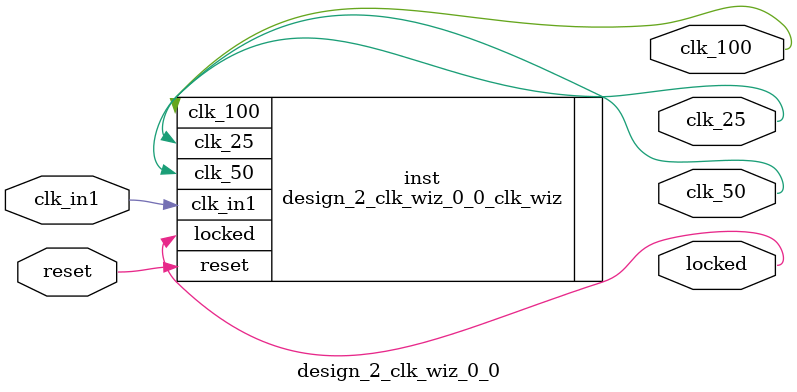
<source format=v>


`timescale 1ps/1ps

(* CORE_GENERATION_INFO = "design_2_clk_wiz_0_0,clk_wiz_v6_0_4_0_0,{component_name=design_2_clk_wiz_0_0,use_phase_alignment=true,use_min_o_jitter=false,use_max_i_jitter=false,use_dyn_phase_shift=false,use_inclk_switchover=false,use_dyn_reconfig=false,enable_axi=0,feedback_source=FDBK_AUTO,PRIMITIVE=MMCM,num_out_clk=3,clkin1_period=10.000,clkin2_period=10.000,use_power_down=false,use_reset=true,use_locked=true,use_inclk_stopped=false,feedback_type=SINGLE,CLOCK_MGR_TYPE=NA,manual_override=false}" *)

module design_2_clk_wiz_0_0 
 (
  // Clock out ports
  output        clk_100,
  output        clk_50,
  output        clk_25,
  // Status and control signals
  input         reset,
  output        locked,
 // Clock in ports
  input         clk_in1
 );

  design_2_clk_wiz_0_0_clk_wiz inst
  (
  // Clock out ports  
  .clk_100(clk_100),
  .clk_50(clk_50),
  .clk_25(clk_25),
  // Status and control signals               
  .reset(reset), 
  .locked(locked),
 // Clock in ports
  .clk_in1(clk_in1)
  );

endmodule

</source>
